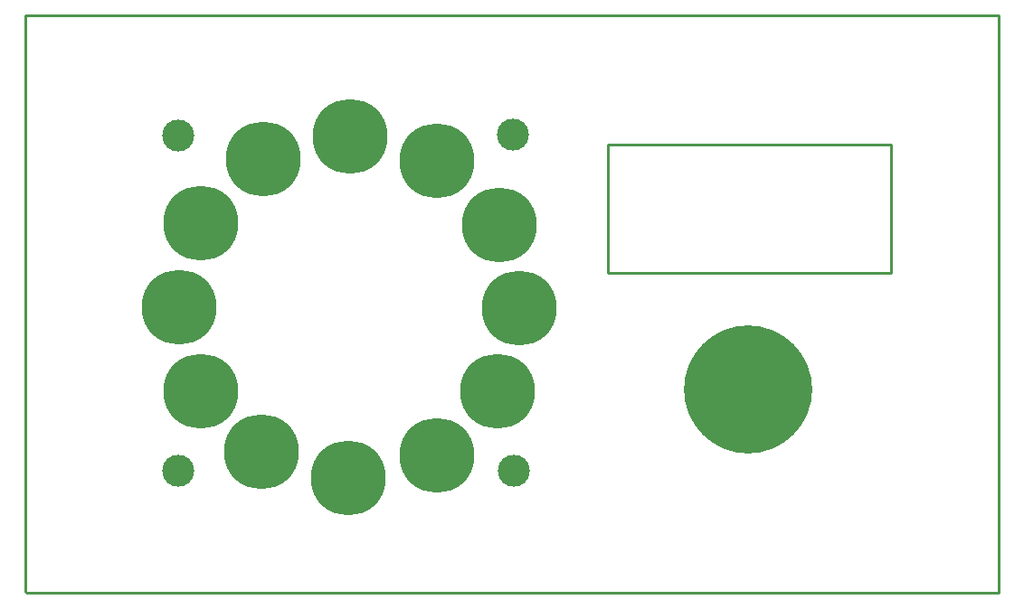
<source format=gtl>
%FSLAX42Y42*%
%MOMM*%
G71*
G01*
G75*
G04 Layer_Physical_Order=1*
%ADD10C,0.25*%
%ADD11C,12.00*%
%ADD12C,3.00*%
%ADD13C,7.00*%
D10*
X10516Y6515D02*
Y7722D01*
X13170Y6515D02*
Y7722D01*
X10516Y6515D02*
X13170D01*
X10516Y7722D02*
X13170D01*
X5067Y3531D02*
Y8928D01*
Y3531D02*
X5080Y3518D01*
X14173D01*
Y8928D01*
X5067D02*
X14173D01*
D11*
X11824Y5423D02*
D03*
D12*
X6490Y7810D02*
D03*
X6490Y4661D02*
D03*
X9639Y4661D02*
D03*
X9627Y7811D02*
D03*
D13*
X9487Y5410D02*
D03*
X8915Y4813D02*
D03*
X9500Y6972D02*
D03*
X8915Y7569D02*
D03*
X9690Y6185D02*
D03*
X6706Y5410D02*
D03*
X7277Y4839D02*
D03*
X8090Y4597D02*
D03*
X6502Y6198D02*
D03*
X6706Y6985D02*
D03*
X7290Y7582D02*
D03*
X8103Y7798D02*
D03*
M02*

</source>
